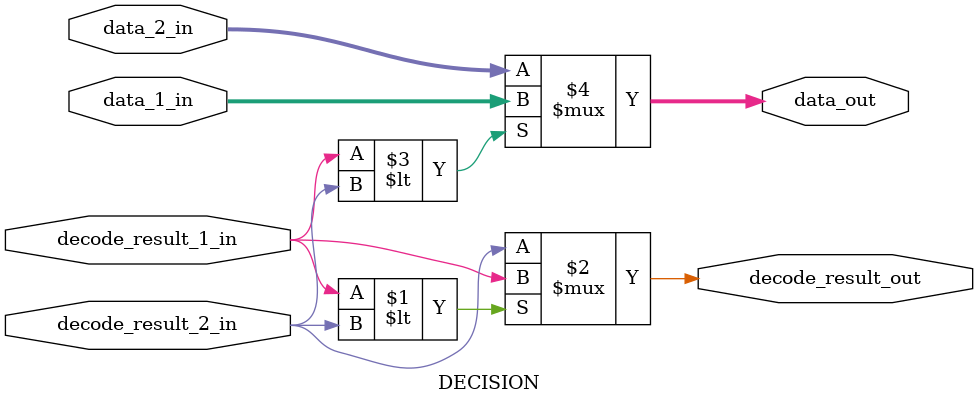
<source format=sv>
module DECISION(input decode_result_1_in,
               input decode_result_2_in,
               input [63:0] data_1_in,
               input [63:0] data_2_in,
               output decode_result_out,
               output [63:0] data_out
                      );
  // Syndome_in : 16bit syndrome input
  // Error_location_out : error (symbol) location output (0~9, DUE/NE: 1111)
  // Error_value_out : error value output (0000_0000 ~ 1111_1111)
  // decode_result_out : NE(00), CE(01), DUE(10)


  reg [1:0] decode_result;
  //wire [7:0] Error_location_gdiv;
  reg [7:0] Error_location_gfexp;
  reg [3:0] Error_location_reg;
  reg [7:0] Error_value;
  wire [7:0] Syndrome0,Syndrome1;

   // decode result table
   // 0 0 => both NE
   // 0 1 => CE DUE => CE (SSC)
   // 1 0 => DUE CE => CE (DEC)
   // 1 1 => DUE DUE => DUE

   //always_comb begin
      //$display("decode result 1 in : %b",decode_result_1_in);
      //$display("decode result 2 in : %b",decode_result_2_in);
      //$display("data 1 in          : %b",data_1_in);
      //$display("data 2 in          : %b",data_1_in);
   //end

   assign decode_result_out = (decode_result_1_in < decode_result_2_in) ? decode_result_1_in : decode_result_2_in; 
   assign data_out = (decode_result_1_in < decode_result_2_in) ? data_1_in : data_2_in;



endmodule

</source>
